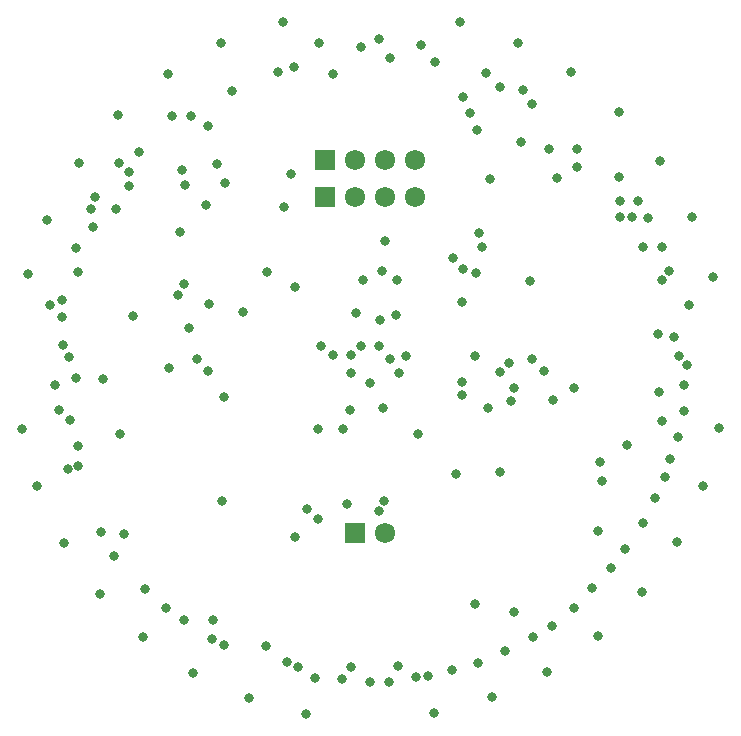
<source format=gbs>
G04 Layer_Color=16711935*
%FSLAX25Y25*%
%MOIN*%
G70*
G01*
G75*
%ADD175R,0.06784X0.06784*%
%ADD176C,0.06784*%
%ADD177C,0.03200*%
D175*
X-15000Y68500D02*
D03*
Y55906D02*
D03*
X-5000Y-55906D02*
D03*
D176*
Y68500D02*
D03*
X5000D02*
D03*
X15000D02*
D03*
X-5000Y55906D02*
D03*
X5000D02*
D03*
X15000D02*
D03*
X5000Y-55906D02*
D03*
D177*
X-48600Y-10600D02*
D03*
X28700Y-36400D02*
D03*
X-63900Y23300D02*
D03*
X35400Y30700D02*
D03*
X35100Y2900D02*
D03*
X30700Y20900D02*
D03*
X30800Y31900D02*
D03*
X27600Y35700D02*
D03*
X47900Y-7600D02*
D03*
X46900Y-11900D02*
D03*
X-6500Y-2600D02*
D03*
X9500Y-2500D02*
D03*
X11800Y3000D02*
D03*
X6600Y1900D02*
D03*
X8700Y16800D02*
D03*
X-4600Y17200D02*
D03*
X15900Y-23000D02*
D03*
X-17300Y-21200D02*
D03*
X-6600Y-15000D02*
D03*
X0Y-6100D02*
D03*
X4200Y-14200D02*
D03*
X2900Y6200D02*
D03*
X-9000Y-21200D02*
D03*
X-100300Y2800D02*
D03*
X-97900Y-4200D02*
D03*
X-105098Y-6598D02*
D03*
X-100200Y-18200D02*
D03*
X-102780Y21780D02*
D03*
X-102448Y6552D02*
D03*
X-102800Y16000D02*
D03*
X-106737Y19963D02*
D03*
X-92411Y46089D02*
D03*
X-98000Y39100D02*
D03*
X-93000Y52100D02*
D03*
X-91600Y56000D02*
D03*
X-84600Y52000D02*
D03*
X30600Y-5500D02*
D03*
X39400Y-14400D02*
D03*
X-77114Y70900D02*
D03*
X-80400Y64200D02*
D03*
X-83600Y67300D02*
D03*
X-80399Y59599D02*
D03*
X-62600Y65000D02*
D03*
X-46100Y91500D02*
D03*
X-25300Y99400D02*
D03*
X-30800Y97800D02*
D03*
X-12400Y96900D02*
D03*
X-2900Y106000D02*
D03*
X-17000Y107200D02*
D03*
X-26300Y63800D02*
D03*
X31000Y89400D02*
D03*
X3000Y108600D02*
D03*
X21500Y101100D02*
D03*
X6552Y102400D02*
D03*
X38700Y97200D02*
D03*
X43200Y92600D02*
D03*
X50800Y91600D02*
D03*
X53900Y87100D02*
D03*
X59600Y72100D02*
D03*
X62400Y62500D02*
D03*
X69100Y65900D02*
D03*
X83400Y54700D02*
D03*
X87400Y49400D02*
D03*
X83350Y49468D02*
D03*
X-83300Y-22900D02*
D03*
X85600Y-26600D02*
D03*
X104500Y-15300D02*
D03*
X102600Y-24100D02*
D03*
X97400Y-18800D02*
D03*
X97126Y28226D02*
D03*
X92659Y49041D02*
D03*
X90919Y39319D02*
D03*
X97219D02*
D03*
X99500Y31300D02*
D03*
X102900Y2900D02*
D03*
X105500Y0D02*
D03*
X95900Y10400D02*
D03*
X106200Y20100D02*
D03*
X104700Y-6700D02*
D03*
X96200Y-9100D02*
D03*
X77300Y-38600D02*
D03*
X98399Y-37299D02*
D03*
X91000Y-52600D02*
D03*
X80400Y-67500D02*
D03*
X85100Y-61300D02*
D03*
X68100Y-80900D02*
D03*
X54200Y-90700D02*
D03*
X47800Y-82300D02*
D03*
X44900Y-95200D02*
D03*
X36100Y-99300D02*
D03*
X27400Y-101500D02*
D03*
X6200Y-105700D02*
D03*
X15400Y-104000D02*
D03*
X19200Y-103600D02*
D03*
X-9400Y-104500D02*
D03*
X-18537Y-104437D02*
D03*
X-6498Y-100800D02*
D03*
X-24200D02*
D03*
X-27700Y-99100D02*
D03*
X-34659Y-93500D02*
D03*
X-48800Y-93300D02*
D03*
X-52500Y-85000D02*
D03*
X-74900Y-74600D02*
D03*
X-61900Y-84900D02*
D03*
X-67900Y-80900D02*
D03*
X-81900Y-56200D02*
D03*
X-85300Y-63500D02*
D03*
X-89800Y-55800D02*
D03*
X-67000Y-1000D02*
D03*
X-100841Y-34659D02*
D03*
X60906Y-11506D02*
D03*
X-60406Y12300D02*
D03*
X68000Y-7606D02*
D03*
X37257Y39500D02*
D03*
X-51100Y67000D02*
D03*
X36359Y43915D02*
D03*
X46400Y600D02*
D03*
X33400Y84000D02*
D03*
X43200Y-2250D02*
D03*
X30600Y-10000D02*
D03*
X-53700Y20300D02*
D03*
X-97500Y31100D02*
D03*
X-79100Y16500D02*
D03*
X-97400Y-26900D02*
D03*
Y-33800D02*
D03*
X60600Y-86900D02*
D03*
X74000Y-74300D02*
D03*
X76500Y-32300D02*
D03*
X-25000Y25900D02*
D03*
X-34400Y31000D02*
D03*
X100000Y-31180D02*
D03*
X101400Y9300D02*
D03*
X89200Y54700D02*
D03*
X69100Y72100D02*
D03*
X17000Y106600D02*
D03*
X40000Y61900D02*
D03*
X53200Y27900D02*
D03*
X-3000Y6200D02*
D03*
X3300Y14900D02*
D03*
X-42500Y17606D02*
D03*
X35100Y-79800D02*
D03*
X-103700Y-15100D02*
D03*
X35600Y78300D02*
D03*
X9205Y-100205D02*
D03*
X0Y-105700D02*
D03*
X95100Y-44400D02*
D03*
X82900Y62600D02*
D03*
X-52700Y-91200D02*
D03*
X-16400Y6441D02*
D03*
X-6547Y3200D02*
D03*
X-12453D02*
D03*
X-28800Y52800D02*
D03*
X50200Y74400D02*
D03*
X-89100Y-4720D02*
D03*
X-21300Y-116200D02*
D03*
X-40300Y-111000D02*
D03*
X-58900Y-102500D02*
D03*
X-75700Y-90600D02*
D03*
X-90200Y-76200D02*
D03*
X-102200Y-59200D02*
D03*
X-111000Y-40400D02*
D03*
X-115900Y-21400D02*
D03*
X-114100Y30200D02*
D03*
X-107600Y48400D02*
D03*
X-97000Y67400D02*
D03*
X-83900Y83200D02*
D03*
X-67500Y96900D02*
D03*
X-49800Y107200D02*
D03*
X-29200Y114400D02*
D03*
X30000Y114300D02*
D03*
X49200Y107500D02*
D03*
X66800Y97600D02*
D03*
X83000Y84200D02*
D03*
X96700Y68000D02*
D03*
X107400Y49300D02*
D03*
X114400Y29300D02*
D03*
X116300Y-20900D02*
D03*
X111000Y-40300D02*
D03*
X102200Y-59000D02*
D03*
X90500Y-75800D02*
D03*
X76100Y-90300D02*
D03*
X59100Y-102200D02*
D03*
X40700Y-110800D02*
D03*
X21300Y-116100D02*
D03*
X-57874Y1969D02*
D03*
X-53937Y-1968D02*
D03*
X57874D02*
D03*
X53937Y1969D02*
D03*
X-66000Y83100D02*
D03*
X-59700D02*
D03*
X-54000Y79600D02*
D03*
X43200Y-35500D02*
D03*
X75800Y-55300D02*
D03*
X2800Y-48800D02*
D03*
X4700Y-45450D02*
D03*
X-17500Y-51200D02*
D03*
X-21100Y-48100D02*
D03*
X-7700Y-46350D02*
D03*
X-25000Y-57400D02*
D03*
X-49500Y-45300D02*
D03*
X-48400Y60600D02*
D03*
X5000Y41300D02*
D03*
X-62100Y27000D02*
D03*
X-61700Y60000D02*
D03*
X-63500Y44500D02*
D03*
X-54700Y53300D02*
D03*
X-2250Y28500D02*
D03*
X4000Y31200D02*
D03*
X8800Y28400D02*
D03*
M02*

</source>
